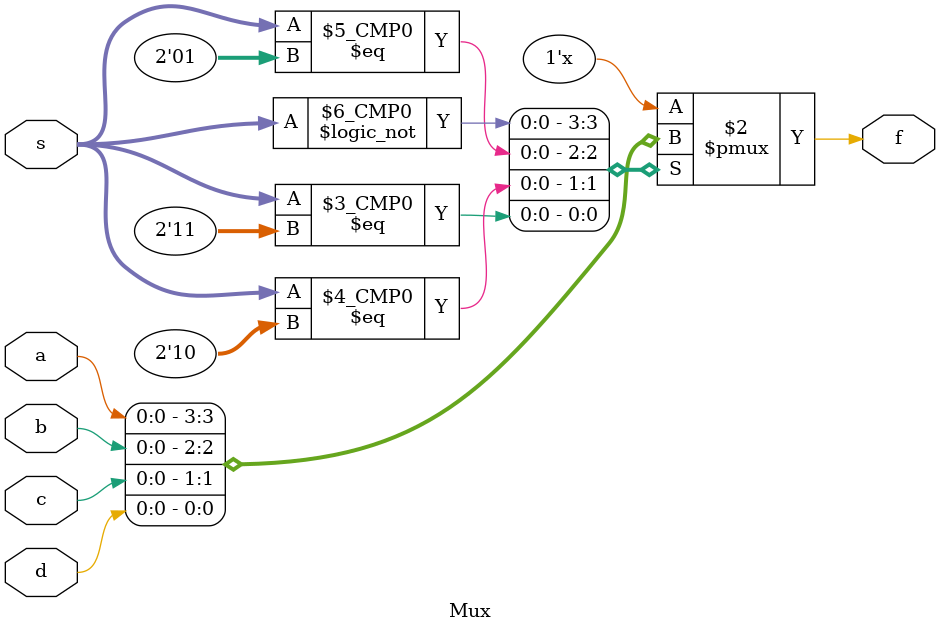
<source format=v>
	module Mux #(parameter WIDTH = 1)(a, b, c, d, s, f);
	input [WIDTH-1:0] a,b,c,d;
	input [1:0] s;
	output reg [WIDTH-1:0] f;
	
	always@(*)
		begin
			case(s)
			2'b00: f = a;
			2'b01: f = b;
			2'b10: f = c;
			2'b11: f = d;
			endcase
		end
endmodule

</source>
